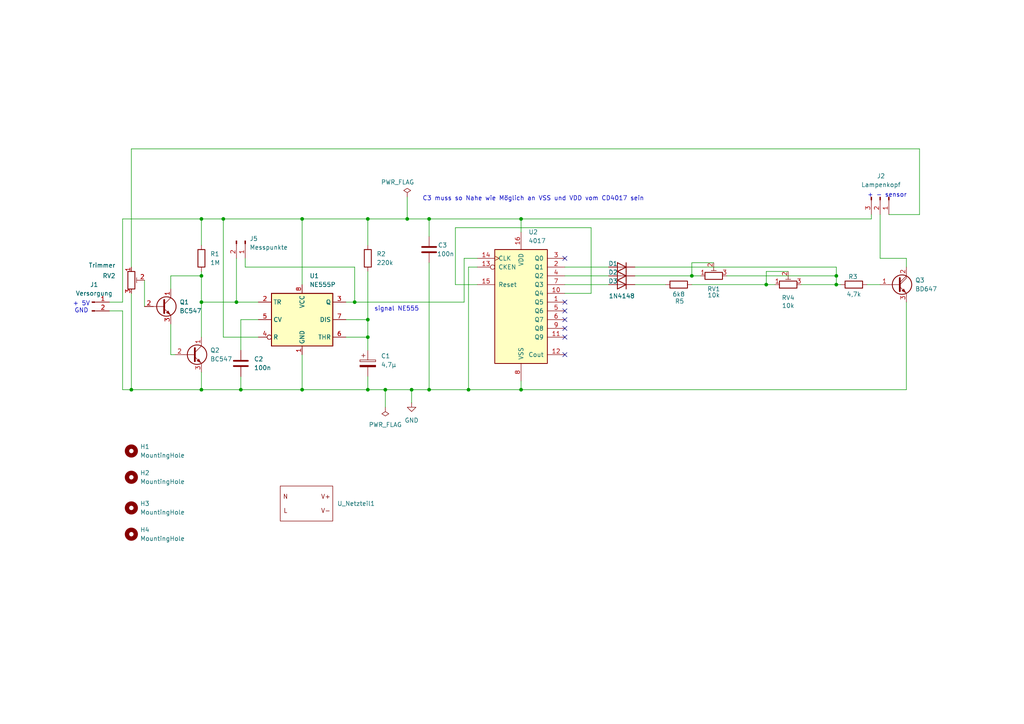
<source format=kicad_sch>
(kicad_sch (version 20250114) (generator "eeschema") (generator_version "9.0")
  (paper "A4")
  (title_block (title "Schreibtischlampe") (date "2025-11-21") (rev "2.0") (company "HTL-Steyr") (comment 1 "Konstantin Schwödiauer") (comment 2 "Fabian Lenhart") (comment 3 "Thomas Zeiler"))
  (lib_symbols
    (symbol "4xxx:4017" (pin_names (offset 1.016))
      (property "Reference" "U" (at -7.62 16.51 0))
      (property "Value" "4017" (at -7.62 -19.05 0))
      (symbol "4017_1_0"
        (pin input clock (at -12.7 12.7 0) (length 5.08) (name "CLK") (number "14"))
        (pin input inverted (at -12.7 10.16 0) (length 5.08) (name "CKEN") (number "13"))
        (pin input line (at -12.7 5.08 0) (length 5.08) (name "Reset") (number "15"))
        (pin power_in line (at 0 20.32 270) (length 5.08) (name "VDD") (number "16"))
        (pin power_in line (at 0 -22.86 90) (length 5.08) (name "VSS") (number "8"))
        (pin output line (at 12.7 12.7 180) (length 5.08) (name "Q0") (number "3"))
        (pin output line (at 12.7 10.16 180) (length 5.08) (name "Q1") (number "2"))
        (pin output line (at 12.7 7.62 180) (length 5.08) (name "Q2") (number "4"))
        (pin output line (at 12.7 5.08 180) (length 5.08) (name "Q3") (number "7"))
        (pin output line (at 12.7 2.54 180) (length 5.08) (name "Q4") (number "10"))
        (pin output line (at 12.7 0 180) (length 5.08) (name "Q5") (number "1"))
        (pin output line (at 12.7 -2.54 180) (length 5.08) (name "Q6") (number "5"))
        (pin output line (at 12.7 -5.08 180) (length 5.08) (name "Q7") (number "6"))
        (pin output line (at 12.7 -7.62 180) (length 5.08) (name "Q8") (number "9"))
        (pin output line (at 12.7 -10.16 180) (length 5.08) (name "Q9") (number "11"))
        (pin output line (at 12.7 -15.24 180) (length 5.08) (name "Cout") (number "12"))
      )
      (symbol "4017_1_1"
        (rectangle (start -7.62 15.24) (end 7.62 -17.78) (stroke (width 0.254)) (fill (type background)))
      )
    )
    (symbol "Connector:Conn_01x02_Pin" (pin_names (offset 1.016) (hide yes))
      (property "Reference" "J" (at 0 2.54 0))
      (property "Value" "Conn_01x02_Pin" (at 0 -5.08 0))
      (symbol "Conn_01x02_Pin_1_1"
        (rectangle (start 0.8636 0.127) (end 0 -0.127) (stroke (width 0.1524)) (fill (type outline)))
        (rectangle (start 0.8636 -2.413) (end 0 -2.667) (stroke (width 0.1524)) (fill (type outline)))
        (polyline (pts (xy 1.27 0) (xy 0.8636 0)) (stroke (width 0.1524)))
        (polyline (pts (xy 1.27 -2.54) (xy 0.8636 -2.54)) (stroke (width 0.1524)))
        (pin passive line (at 5.08 0 180) (length 3.81) (name "Pin_1") (number "1"))
        (pin passive line (at 5.08 -2.54 180) (length 3.81) (name "Pin_2") (number "2"))
      )
    )
    (symbol "Connector:Conn_01x03_Pin" (pin_names (offset 1.016) (hide yes))
      (property "Reference" "J" (at 0 5.08 0))
      (property "Value" "Conn_01x03_Pin" (at 0 -5.08 0))
      (symbol "Conn_01x03_Pin_1_1"
        (rectangle (start 0.8636 2.667) (end 0 2.413) (stroke (width 0.1524)) (fill (type outline)))
        (rectangle (start 0.8636 0.127) (end 0 -0.127) (stroke (width 0.1524)) (fill (type outline)))
        (rectangle (start 0.8636 -2.413) (end 0 -2.667) (stroke (width 0.1524)) (fill (type outline)))
        (polyline (pts (xy 1.27 2.54) (xy 0.8636 2.54)) (stroke (width 0.1524)))
        (polyline (pts (xy 1.27 0) (xy 0.8636 0)) (stroke (width 0.1524)))
        (polyline (pts (xy 1.27 -2.54) (xy 0.8636 -2.54)) (stroke (width 0.1524)))
        (pin passive line (at 5.08 2.54 180) (length 3.81) (name "Pin_1") (number "1"))
        (pin passive line (at 5.08 0 180) (length 3.81) (name "Pin_2") (number "2"))
        (pin passive line (at 5.08 -2.54 180) (length 3.81) (name "Pin_3") (number "3"))
      )
    )
    (symbol "Device:C" (pin_numbers (hide yes)) (pin_names (offset 0.254))
      (property "Reference" "C" (at 0.635 2.54 0))
      (property "Value" "C" (at 0.635 -2.54 0))
      (symbol "C_0_1"
        (polyline (pts (xy -2.032 0.762) (xy 2.032 0.762)) (stroke (width 0.508)))
        (polyline (pts (xy -2.032 -0.762) (xy 2.032 -0.762)) (stroke (width 0.508)))
      )
      (symbol "C_1_1"
        (pin passive line (at 0 3.81 270) (length 2.794) (name "~") (number "1"))
        (pin passive line (at 0 -3.81 90) (length 2.794) (name "~") (number "2"))
      )
    )
    (symbol "Device:C_Polarized" (pin_numbers (hide yes)) (pin_names (offset 0.254))
      (property "Reference" "C" (at 0.635 2.54 0))
      (property "Value" "C_Polarized" (at 0.635 -2.54 0))
      (symbol "C_Polarized_0_1"
        (rectangle (start -2.286 0.508) (end 2.286 1.016))
        (polyline (pts (xy -1.778 2.286) (xy -0.762 2.286)))
        (polyline (pts (xy -1.27 2.794) (xy -1.27 1.778)))
        (rectangle (start 2.286 -0.508) (end -2.286 -1.016) (fill (type outline)))
      )
      (symbol "C_Polarized_1_1"
        (pin passive line (at 0 3.81 270) (length 2.794) (name "~") (number "1"))
        (pin passive line (at 0 -3.81 90) (length 2.794) (name "~") (number "2"))
      )
    )
    (symbol "Device:R" (pin_numbers (hide yes)) (pin_names (offset 0))
      (property "Reference" "R" (at 2.032 0 90))
      (property "Value" "R" (at 0 0 90))
      (symbol "R_0_1"
        (rectangle (start -1.016 -2.54) (end 1.016 2.54) (stroke (width 0.254)))
      )
      (symbol "R_1_1"
        (pin passive line (at 0 3.81 270) (length 1.27) (name "~") (number "1"))
        (pin passive line (at 0 -3.81 90) (length 1.27) (name "~") (number "2"))
      )
    )
    (symbol "Device:R_Potentiometer_Trim" (pin_names (offset 1.016) (hide yes))
      (property "Reference" "RV" (at -4.445 0 90))
      (property "Value" "R_Potentiometer_Trim" (at -2.54 0 90))
      (symbol "R_Potentiometer_Trim_0_1"
        (rectangle (start 1.016 2.54) (end -1.016 -2.54) (stroke (width 0.254)))
        (polyline (pts (xy 1.524 0.762) (xy 1.524 -0.762)))
        (polyline (pts (xy 2.54 0) (xy 1.524 0)))
      )
      (symbol "R_Potentiometer_Trim_1_1"
        (pin passive line (at 0 3.81 270) (length 1.27) (name "1") (number "1"))
        (pin passive line (at 0 -3.81 90) (length 1.27) (name "3") (number "3"))
        (pin passive line (at 3.81 0 180) (length 1.27) (name "2") (number "2"))
      )
    )
    (symbol "Diode:1N4148" (pin_numbers (hide yes)) (pin_names (hide yes))
      (property "Reference" "D" (at 0 2.54 0))
      (property "Value" "1N4148" (at 0 -2.54 0))
      (symbol "1N4148_0_1"
        (polyline (pts (xy -1.27 1.27) (xy -1.27 -1.27)) (stroke (width 0.254)))
        (polyline (pts (xy 1.27 1.27) (xy 1.27 -1.27) (xy -1.27 0) (xy 1.27 1.27)) (stroke (width 0.254)))
        (polyline (pts (xy 1.27 0) (xy -1.27 0)))
      )
      (symbol "1N4148_1_1"
        (pin passive line (at -3.81 0 0) (length 2.54) (name "K") (number "1"))
        (pin passive line (at 3.81 0 180) (length 2.54) (name "A") (number "2"))
      )
    )
    (symbol "Mechanical:MountingHole" (pin_names (offset 1.016)) (in_bom no)
      (property "Reference" "H" (at 0 5.08 0))
      (property "Value" "MountingHole" (at 0 3.175 0))
      (symbol "MountingHole_0_1"
        (circle (center 0 0) (radius 1.27) (stroke (width 1.27)))
      )
    )
    (symbol "Recom_Netzteil_Symbol:Recom_Netzteil"
      (property "Reference" "U" (at 0 0 0))
      (symbol "Recom_Netzteil_0_1"
        (rectangle (start -7.62 5.08) (end 7.62 -5.08))
      )
      (symbol "Recom_Netzteil_1_1"
        (text "N\n\nL\n" (at -6.096 0 0) (effects (font (size 1.27 1.27))))
        (text "V+\n\nV-\n" (at 5.588 0 0) (effects (font (size 1.27 1.27))))
      )
    )
    (symbol "Timer:NE555P"
      (property "Reference" "U" (at -10.16 8.89 0))
      (property "Value" "NE555P" (at 2.54 8.89 0))
      (symbol "NE555P_0_0"
        (pin power_in line (at 0 10.16 270) (length 2.54) (name "VCC") (number "8"))
        (pin power_in line (at 0 -10.16 90) (length 2.54) (name "GND") (number "1"))
      )
      (symbol "NE555P_0_1"
        (rectangle (start -8.89 -7.62) (end 8.89 7.62) (stroke (width 0.254)) (fill (type background)))
        (rectangle (start -8.89 -7.62) (end 8.89 7.62) (stroke (width 0.254)) (fill (type background)))
      )
      (symbol "NE555P_1_1"
        (pin input line (at -12.7 5.08 0) (length 3.81) (name "TR") (number "2"))
        (pin input line (at -12.7 0 0) (length 3.81) (name "CV") (number "5"))
        (pin input inverted (at -12.7 -5.08 0) (length 3.81) (name "R") (number "4"))
        (pin output line (at 12.7 5.08 180) (length 3.81) (name "Q") (number "3"))
        (pin input line (at 12.7 0 180) (length 3.81) (name "DIS") (number "7"))
        (pin input line (at 12.7 -5.08 180) (length 3.81) (name "THR") (number "6"))
      )
    )
    (symbol "Transistor_BJT:BC547" (pin_names (offset 0) (hide yes))
      (property "Reference" "Q" (at 5.08 1.905 0))
      (property "Value" "BC547" (at 5.08 0 0))
      (symbol "BC547_0_1"
        (polyline (pts (xy -2.54 0) (xy 0.635 0)))
        (polyline (pts (xy 0.635 1.905) (xy 0.635 -1.905)) (stroke (width 0.508)))
        (circle (center 1.27 0) (radius 2.8194) (stroke (width 0.254)))
      )
      (symbol "BC547_1_1"
        (polyline (pts (xy 0.635 0.635) (xy 2.54 2.54)))
        (polyline (pts (xy 0.635 -0.635) (xy 2.54 -2.54)))
        (polyline (pts (xy 1.27 -1.778) (xy 1.778 -1.27) (xy 2.286 -2.286) (xy 1.27 -1.778)) (fill (type outline)))
        (pin input line (at -5.08 0 0) (length 2.54) (name "B") (number "2"))
        (pin passive line (at 2.54 5.08 270) (length 2.54) (name "C") (number "1"))
        (pin passive line (at 2.54 -5.08 90) (length 2.54) (name "E") (number "3"))
      )
    )
    (symbol "Transistor_BJT:Q_NPN_Darlington_BCE" (pin_names (offset 0) (hide yes))
      (property "Reference" "Q" (at 4.572 1.27 0))
      (property "Value" "Q_NPN_Darlington_BCE" (at 4.572 -1.27 0))
      (symbol "Q_NPN_Darlington_BCE_0_1"
        (polyline (pts (xy -2.54 0) (xy 0.635 0)))
        (polyline (pts (xy 0.635 1.905) (xy 0.635 -1.905)) (stroke (width 0.508)))
        (polyline (pts (xy 0.635 0) (xy 2.54 1.905) (xy 2.54 2.54)))
        (circle (center 1.27 0) (radius 2.8194) (stroke (width 0.254)))
      )
      (symbol "Q_NPN_Darlington_BCE_1_1"
        (polyline (pts (xy 0.635 0.635) (xy 2.54 2.54)))
        (polyline (pts (xy 0.635 -0.635) (xy 2.54 -2.54)))
        (polyline (pts (xy 1.27 -1.778) (xy 1.778 -1.27) (xy 2.286 -2.286) (xy 1.27 -1.778)) (fill (type outline)))
        (pin input line (at -5.08 0 0) (length 2.54) (name "B") (number "1"))
        (pin passive line (at 2.54 5.08 270) (length 2.54) (name "C") (number "2"))
        (pin passive line (at 2.54 -5.08 90) (length 2.54) (name "E") (number "3"))
      )
    )
    (symbol "power:GND" (power) (pin_numbers (hide yes)) (pin_names (offset 0) (hide yes))
      (property "Value" "GND" (at 0 -3.81 0))
      (symbol "GND_0_1"
        (polyline (pts (xy 0 0) (xy 0 -1.27) (xy 1.27 -1.27) (xy 0 -2.54) (xy -1.27 -1.27) (xy 0 -1.27)))
      )
      (symbol "GND_1_1"
        (pin power_in line (at 0 0 270) (length 0) (name "~") (number "1"))
      )
    )
    (symbol "power:PWR_FLAG" (power) (pin_numbers (hide yes)) (pin_names (offset 0) (hide yes))
      (property "Value" "PWR_FLAG" (at 0 3.81 0))
      (symbol "PWR_FLAG_0_0"
        (pin power_out line (at 0 0 90) (length 0) (name "~") (number "1"))
      )
      (symbol "PWR_FLAG_0_1"
        (polyline (pts (xy 0 0) (xy 0 1.27) (xy -1.016 1.905) (xy 0 2.54) (xy 1.016 1.905) (xy 0 1.27)))
      )
    )
  )
  (text "signal NE555" (at 115.062 89.662 0) (effects (font (size 1.27 1.27))))
  (text "+ 5V\nGND" (at 23.622 89.154 0) (effects (font (size 1.27 1.27))))
  (text "+ - sensor" (at 257.302 56.642 0) (effects (font (size 1.27 1.27))))
  (text "C3 muss so Nahe wie Möglich an VSS und VDD vom CD4017 sein" (at 154.686 57.658 0) (effects (font (size 1.27 1.27))))
  (junction (at 68.58 87.63))
  (junction (at 102.87 87.63))
  (junction (at 118.11 63.5))
  (junction (at 58.42 87.63))
  (junction (at 119.38 113.03))
  (junction (at 64.77 63.5))
  (junction (at 106.68 97.79))
  (junction (at 106.68 113.03))
  (junction (at 87.63 63.5))
  (junction (at 106.68 92.71))
  (junction (at 106.68 63.5))
  (junction (at 111.76 113.03))
  (junction (at 222.25 82.55))
  (junction (at 242.57 82.55))
  (junction (at 151.13 63.5))
  (junction (at 135.89 113.03))
  (junction (at 58.42 113.03))
  (junction (at 58.42 63.5))
  (junction (at 124.46 113.03))
  (junction (at 38.1 113.03))
  (junction (at 200.66 80.01))
  (junction (at 124.46 63.5))
  (junction (at 151.13 113.03))
  (junction (at 69.85 113.03))
  (junction (at 242.57 80.01))
  (junction (at 87.63 113.03))
  (junction (at 58.42 80.01))
  (no_connect (at 163.83 87.63))
  (no_connect (at 163.83 102.87))
  (no_connect (at 163.83 90.17))
  (no_connect (at 163.83 74.93))
  (no_connect (at 163.83 95.25))
  (no_connect (at 163.83 97.79))
  (no_connect (at 163.83 92.71))
  (wire (pts (xy 49.53 102.87) (xy 50.8 102.87)))
  (wire (pts (xy 38.1 113.03) (xy 58.42 113.03)))
  (wire (pts (xy 135.89 77.47) (xy 135.89 113.03)))
  (wire (pts (xy 151.13 110.49) (xy 151.13 113.03)))
  (wire (pts (xy 242.57 80.01) (xy 242.57 82.55)))
  (wire (pts (xy 102.87 87.63) (xy 134.62 87.63)))
  (wire (pts (xy 35.56 113.03) (xy 35.56 90.17)))
  (wire (pts (xy 71.12 77.47) (xy 102.87 77.47)))
  (wire (pts (xy 49.53 93.98) (xy 49.53 102.87)))
  (wire (pts (xy 132.08 82.55) (xy 132.08 66.04)))
  (wire (pts (xy 38.1 85.09) (xy 38.1 113.03)))
  (wire (pts (xy 106.68 63.5) (xy 87.63 63.5)))
  (wire (pts (xy 106.68 63.5) (xy 118.11 63.5)))
  (wire (pts (xy 68.58 74.93) (xy 68.58 87.63)))
  (wire (pts (xy 49.53 83.82) (xy 49.53 80.01)))
  (wire (pts (xy 184.15 80.01) (xy 200.66 80.01)))
  (wire (pts (xy 228.6 78.74) (xy 222.25 78.74)))
  (wire (pts (xy 242.57 77.47) (xy 242.57 80.01)))
  (wire (pts (xy 58.42 78.74) (xy 58.42 80.01)))
  (wire (pts (xy 118.11 57.15) (xy 118.11 63.5)))
  (wire (pts (xy 255.27 62.23) (xy 255.27 74.93)))
  (wire (pts (xy 232.41 82.55) (xy 242.57 82.55)))
  (wire (pts (xy 38.1 43.18) (xy 266.7 43.18)))
  (wire (pts (xy 242.57 82.55) (xy 243.84 82.55)))
  (wire (pts (xy 251.46 82.55) (xy 255.27 82.55)))
  (wire (pts (xy 124.46 113.03) (xy 135.89 113.03)))
  (wire (pts (xy 132.08 66.04) (xy 171.45 66.04)))
  (wire (pts (xy 119.38 113.03) (xy 119.38 116.84)))
  (wire (pts (xy 255.27 74.93) (xy 262.89 74.93)))
  (wire (pts (xy 124.46 63.5) (xy 124.46 68.58)))
  (wire (pts (xy 38.1 77.47) (xy 38.1 43.18)))
  (wire (pts (xy 257.81 62.23) (xy 266.7 62.23)))
  (wire (pts (xy 64.77 63.5) (xy 87.63 63.5)))
  (wire (pts (xy 222.25 78.74) (xy 222.25 82.55)))
  (wire (pts (xy 87.63 63.5) (xy 87.63 82.55)))
  (wire (pts (xy 171.45 85.09) (xy 163.83 85.09)))
  (wire (pts (xy 138.43 82.55) (xy 132.08 82.55)))
  (wire (pts (xy 151.13 63.5) (xy 252.73 63.5)))
  (wire (pts (xy 163.83 82.55) (xy 176.53 82.55)))
  (wire (pts (xy 35.56 63.5) (xy 35.56 87.63)))
  (wire (pts (xy 163.83 77.47) (xy 176.53 77.47)))
  (wire (pts (xy 184.15 77.47) (xy 242.57 77.47)))
  (wire (pts (xy 163.83 80.01) (xy 176.53 80.01)))
  (wire (pts (xy 119.38 113.03) (xy 124.46 113.03)))
  (wire (pts (xy 58.42 87.63) (xy 68.58 87.63)))
  (wire (pts (xy 35.56 87.63) (xy 31.75 87.63)))
  (wire (pts (xy 151.13 113.03) (xy 262.89 113.03)))
  (wire (pts (xy 200.66 82.55) (xy 222.25 82.55)))
  (wire (pts (xy 134.62 87.63) (xy 134.62 74.93)))
  (wire (pts (xy 58.42 87.63) (xy 58.42 97.79)))
  (wire (pts (xy 124.46 76.2) (xy 124.46 113.03)))
  (wire (pts (xy 58.42 63.5) (xy 64.77 63.5)))
  (wire (pts (xy 35.56 90.17) (xy 31.75 90.17)))
  (wire (pts (xy 49.53 80.01) (xy 58.42 80.01)))
  (wire (pts (xy 222.25 82.55) (xy 224.79 82.55)))
  (wire (pts (xy 106.68 97.79) (xy 106.68 92.71)))
  (wire (pts (xy 119.38 113.03) (xy 111.76 113.03)))
  (wire (pts (xy 111.76 113.03) (xy 111.76 118.11)))
  (wire (pts (xy 100.33 97.79) (xy 106.68 97.79)))
  (wire (pts (xy 171.45 66.04) (xy 171.45 85.09)))
  (wire (pts (xy 200.66 80.01) (xy 203.2 80.01)))
  (wire (pts (xy 118.11 63.5) (xy 124.46 63.5)))
  (wire (pts (xy 71.12 74.93) (xy 71.12 77.47)))
  (wire (pts (xy 35.56 113.03) (xy 38.1 113.03)))
  (wire (pts (xy 124.46 63.5) (xy 151.13 63.5)))
  (wire (pts (xy 69.85 109.22) (xy 69.85 113.03)))
  (wire (pts (xy 69.85 101.6) (xy 69.85 92.71)))
  (wire (pts (xy 106.68 113.03) (xy 87.63 113.03)))
  (wire (pts (xy 58.42 63.5) (xy 58.42 71.12)))
  (wire (pts (xy 35.56 63.5) (xy 58.42 63.5)))
  (wire (pts (xy 102.87 77.47) (xy 102.87 87.63)))
  (wire (pts (xy 41.91 81.28) (xy 41.91 88.9)))
  (wire (pts (xy 106.68 97.79) (xy 106.68 101.6)))
  (wire (pts (xy 138.43 74.93) (xy 134.62 74.93)))
  (wire (pts (xy 266.7 62.23) (xy 266.7 43.18)))
  (wire (pts (xy 100.33 92.71) (xy 106.68 92.71)))
  (wire (pts (xy 184.15 82.55) (xy 193.04 82.55)))
  (wire (pts (xy 262.89 87.63) (xy 262.89 113.03)))
  (wire (pts (xy 69.85 113.03) (xy 58.42 113.03)))
  (wire (pts (xy 58.42 80.01) (xy 58.42 87.63)))
  (wire (pts (xy 68.58 87.63) (xy 74.93 87.63)))
  (wire (pts (xy 207.01 76.2) (xy 200.66 76.2)))
  (wire (pts (xy 74.93 97.79) (xy 64.77 97.79)))
  (wire (pts (xy 111.76 113.03) (xy 106.68 113.03)))
  (wire (pts (xy 200.66 76.2) (xy 200.66 80.01)))
  (wire (pts (xy 64.77 97.79) (xy 64.77 63.5)))
  (wire (pts (xy 100.33 87.63) (xy 102.87 87.63)))
  (wire (pts (xy 87.63 102.87) (xy 87.63 113.03)))
  (wire (pts (xy 210.82 80.01) (xy 242.57 80.01)))
  (wire (pts (xy 151.13 63.5) (xy 151.13 67.31)))
  (wire (pts (xy 135.89 77.47) (xy 138.43 77.47)))
  (wire (pts (xy 252.73 63.5) (xy 252.73 62.23)))
  (wire (pts (xy 262.89 74.93) (xy 262.89 77.47)))
  (wire (pts (xy 106.68 71.12) (xy 106.68 63.5)))
  (wire (pts (xy 69.85 92.71) (xy 74.93 92.71)))
  (wire (pts (xy 135.89 113.03) (xy 151.13 113.03)))
  (wire (pts (xy 106.68 109.22) (xy 106.68 113.03)))
  (wire (pts (xy 58.42 107.95) (xy 58.42 113.03)))
  (wire (pts (xy 87.63 113.03) (xy 69.85 113.03)))
  (wire (pts (xy 106.68 92.71) (xy 106.68 78.74)))
  (symbol (lib_id "Device:R_Potentiometer_Trim") (at 228.6 82.55 90) (unit 1)
    (property "Reference" "RV4" (at 228.6 86.36 90))
    (property "Value" "10k" (at 228.6 88.646 90))
    (property "Footprint" "Potentiometer_THT:Potentiometer_Bourns_3386P_Vertical" (effects (hide yes)))
    (property "Description" "Trim-potentiometer" (effects (hide yes)))
    (property "RS/URL" "https://at.rs-online.com/web/p/trimmerpotentiometer/5222693" (effects (hide yes)))
  )
  (symbol (lib_id "power:PWR_FLAG") (at 118.11 57.15 0) (unit 1)
    (property "Reference" "#FLG01" (effects (hide yes)))
    (property "Value" "PWR_FLAG" (at 115.316 52.832 0))
    (property "Description" "Special symbol for telling ERC where power comes from" (effects (hide yes)))
  )
  (symbol (lib_id "Transistor_BJT:BC547") (at 46.99 88.9 0) (unit 1)
    (property "Reference" "Q1" (at 52.07 87.6299 0) (effects (justify left)))
    (property "Value" "BC547" (at 52.07 90.1699 0) (effects (justify left)))
    (property "Footprint" "Package_TO_SOT_THT:TO-92L_HandSolder" (effects (hide yes)))
    (property "Datasheet" "https://www.onsemi.com/pub/Collateral/BC550-D.pdf" (effects (hide yes)))
    (property "Description" "0.1A Ic, 45V Vce, Small Signal NPN Transistor, TO-92" (effects (hide yes)))
  )
  (symbol (lib_id "Diode:1N4148") (at 180.34 77.47 0) (mirror y) (unit 1)
    (property "Reference" "D1" (at 177.8 76.454 0))
    (property "Value" "1N4148" (effects (hide yes)))
    (property "Footprint" "Diode_THT:D_DO-35_SOD27_P7.62mm_Horizontal" (effects (hide yes)))
    (property "Datasheet" "https://assets.nexperia.com/documents/data-sheet/1N4148_1N4448.pdf" (effects (hide yes)))
    (property "Description" "100V 0.15A standard switching diode, DO-35" (effects (hide yes)))
    (property "Sim.Device" "D" (effects (hide yes)))
    (property "Sim.Pins" "1=K 2=A" (effects (hide yes)))
  )
  (symbol (lib_id "Mechanical:MountingHole") (at 38.1 138.43 0) (unit 1) (in_bom no)
    (property "Reference" "H2" (at 40.64 137.1599 0) (effects (justify left)))
    (property "Value" "MountingHole" (at 40.64 139.6999 0) (effects (justify left)))
    (property "Footprint" "MountingHole:MountingHole_3.2mm_M3" (effects (hide yes)))
    (property "Description" "Mounting Hole without connection" (effects (hide yes)))
  )
  (symbol (lib_id "Device:R") (at 247.65 82.55 270) (unit 1)
    (property "Reference" "R3" (at 247.396 80.264 90))
    (property "Value" "4,7k" (at 247.65 85.344 90))
    (property "Footprint" "Resistor_THT:R_Axial_DIN0207_L6.3mm_D2.5mm_P10.16mm_Horizontal" (effects (hide yes)))
    (property "Description" "Resistor" (effects (hide yes)))
  )
  (symbol (lib_id "Device:R") (at 106.68 74.93 0) (unit 1)
    (property "Reference" "R2" (at 109.22 73.6599 0) (effects (justify left)))
    (property "Value" "220k" (at 109.22 76.1999 0) (effects (justify left)))
    (property "Footprint" "Resistor_THT:R_Axial_DIN0207_L6.3mm_D2.5mm_P10.16mm_Horizontal" (effects (hide yes)))
    (property "Description" "Resistor" (effects (hide yes)))
  )
  (symbol (lib_id "Connector:Conn_01x02_Pin") (at 26.67 87.63 0) (unit 1)
    (property "Reference" "J1" (at 27.305 82.55 0))
    (property "Value" "Versorgung" (at 27.305 85.09 0))
    (property "Footprint" "TerminalBlock_Phoenix:TerminalBlock_Phoenix_MKDS-1,5-2-5.08_1x02_P5.08mm_Horizontal" (effects (hide yes)))
    (property "Description" "Generic connector, single row, 01x02, script generated" (effects (hide yes)))
  )
  (symbol (lib_id "Device:R") (at 58.42 74.93 0) (unit 1)
    (property "Reference" "R1" (at 60.96 73.6599 0) (effects (justify left)))
    (property "Value" "1M" (at 60.96 76.1999 0) (effects (justify left)))
    (property "Footprint" "Resistor_THT:R_Axial_DIN0207_L6.3mm_D2.5mm_P10.16mm_Horizontal" (effects (hide yes)))
    (property "Description" "Resistor" (effects (hide yes)))
  )
  (symbol (lib_id "power:PWR_FLAG") (at 111.76 118.11 180) (unit 1)
    (property "Reference" "#FLG02" (effects (hide yes)))
    (property "Value" "PWR_FLAG" (at 111.76 123.19 0))
    (property "Description" "Special symbol for telling ERC where power comes from" (effects (hide yes)))
  )
  (symbol (lib_id "Connector:Conn_01x03_Pin") (at 255.27 57.15 270) (unit 1)
    (property "Reference" "J2" (at 255.524 51.054 90))
    (property "Value" "Lampenkopf" (at 255.524 53.594 90))
    (property "Footprint" "TerminalBlock_Phoenix:TerminalBlock_Phoenix_MKDS-1,5-3-5.08_1x03_P5.08mm_Horizontal" (effects (hide yes)))
    (property "Description" "Generic connector, single row, 01x03, script generated" (effects (hide yes)))
  )
  (symbol (lib_id "Mechanical:MountingHole") (at 38.1 154.94 0) (unit 1) (in_bom no)
    (property "Reference" "H4" (at 40.64 153.6699 0) (effects (justify left)))
    (property "Value" "MountingHole" (at 40.64 156.2099 0) (effects (justify left)))
    (property "Footprint" "MountingHole:MountingHole_3.2mm_M3" (effects (hide yes)))
    (property "Description" "Mounting Hole without connection" (effects (hide yes)))
  )
  (symbol (lib_id "Mechanical:MountingHole") (at 38.1 147.32 0) (unit 1) (in_bom no)
    (property "Reference" "H3" (at 40.64 146.0499 0) (effects (justify left)))
    (property "Value" "MountingHole" (at 40.64 148.5899 0) (effects (justify left)))
    (property "Footprint" "MountingHole:MountingHole_3.2mm_M3" (effects (hide yes)))
    (property "Description" "Mounting Hole without connection" (effects (hide yes)))
  )
  (symbol (lib_id "Device:R_Potentiometer_Trim") (at 38.1 81.28 0) (unit 1)
    (property "Reference" "RV2" (at 33.528 80.01 0) (effects (justify right)))
    (property "Value" "Trimmer" (at 33.528 76.962 0) (effects (justify right)))
    (property "Footprint" "Potentiometer_THT:Potentiometer_ACP_CA9-V10_Vertical" (effects (hide yes)))
    (property "Description" "Trim-potentiometer" (effects (hide yes)))
  )
  (symbol (lib_id "Mechanical:MountingHole") (at 38.1 130.81 0) (unit 1) (in_bom no)
    (property "Reference" "H1" (at 40.64 129.5399 0) (effects (justify left)))
    (property "Value" "MountingHole" (at 40.64 132.0799 0) (effects (justify left)))
    (property "Footprint" "MountingHole:MountingHole_3.2mm_M3" (effects (hide yes)))
    (property "Description" "Mounting Hole without connection" (effects (hide yes)))
  )
  (symbol (lib_id "Device:C") (at 69.85 105.41 0) (unit 1)
    (property "Reference" "C2" (at 73.66 104.1399 0) (effects (justify left)))
    (property "Value" "100n" (at 73.66 106.6799 0) (effects (justify left)))
    (property "Footprint" "Capacitor_THT:CP_Radial_Tantal_D4.5mm_P2.50mm" (effects (hide yes)))
    (property "Description" "Unpolarized capacitor" (effects (hide yes)))
  )
  (symbol (lib_id "Device:R_Potentiometer_Trim") (at 207.01 80.01 90) (unit 1)
    (property "Reference" "RV1" (at 207.01 83.82 90))
    (property "Value" "10k" (at 207.01 85.598 90))
    (property "Footprint" "Potentiometer_THT:Potentiometer_Bourns_3386P_Vertical" (effects (hide yes)))
    (property "Description" "Trim-potentiometer" (effects (hide yes)))
    (property "RS/URL" "https://at.rs-online.com/web/p/trimmerpotentiometer/5222693" (effects (hide yes)))
  )
  (symbol (lib_id "Connector:Conn_01x02_Pin") (at 71.12 69.85 270) (unit 1)
    (property "Reference" "J5" (at 72.39 69.2149 90) (effects (justify left)))
    (property "Value" "Messpunkte" (at 72.39 71.7549 90) (effects (justify left)))
    (property "Footprint" "Connector_PinHeader_2.54mm:PinHeader_1x02_P2.54mm_Vertical" (effects (hide yes)))
    (property "Description" "Generic connector, single row, 01x02, script generated" (effects (hide yes)))
  )
  (symbol (lib_id "Transistor_BJT:BC547") (at 55.88 102.87 0) (unit 1)
    (property "Reference" "Q2" (at 60.96 101.5999 0) (effects (justify left)))
    (property "Value" "BC547" (at 60.96 104.1399 0) (effects (justify left)))
    (property "Footprint" "Package_TO_SOT_THT:TO-92L_HandSolder" (effects (hide yes)))
    (property "Datasheet" "https://www.onsemi.com/pub/Collateral/BC550-D.pdf" (effects (hide yes)))
    (property "Description" "0.1A Ic, 45V Vce, Small Signal NPN Transistor, TO-92" (effects (hide yes)))
  )
  (symbol (lib_id "Recom_Netzteil_Symbol:Recom_Netzteil") (at 88.9 146.05 0) (unit 1)
    (property "Reference" "U_Netzteil1" (at 97.79 146.0499 0) (effects (justify left)))
    (property "Value" "Recom Netzteil" (effects (hide yes)))
    (property "Footprint" "Libary:Recom_Netzteil_Footprint" (effects (hide yes)))
  )
  (symbol (lib_id "Device:C") (at 124.46 72.39 0) (unit 1)
    (property "Reference" "C3" (at 127 71.12 0) (effects (justify left)))
    (property "Value" "100n" (at 126.746 73.66 0) (effects (justify left)))
    (property "Footprint" "Capacitor_THT:CP_Radial_Tantal_D4.5mm_P2.50mm" (effects (hide yes)))
    (property "Description" "Unpolarized capacitor" (effects (hide yes)))
  )
  (symbol (lib_id "Device:C_Polarized") (at 106.68 105.41 0) (unit 1)
    (property "Reference" "C1" (at 110.49 103.2509 0) (effects (justify left)))
    (property "Value" "4,7µ" (at 110.49 105.7909 0) (effects (justify left)))
    (property "Footprint" "Capacitor_THT:C_Axial_L3.8mm_D2.6mm_P15.00mm_Horizontal" (effects (hide yes)))
    (property "Description" "Polarized capacitor" (effects (hide yes)))
  )
  (symbol (lib_id "Timer:NE555P") (at 87.63 92.71 0) (unit 1)
    (property "Reference" "U1" (at 89.7733 80.01 0) (effects (justify left)))
    (property "Value" "NE555P" (at 89.7733 82.55 0) (effects (justify left)))
    (property "Footprint" "Package_DIP:DIP-8_W7.62mm" (effects (hide yes)))
    (property "Datasheet" "http://www.ti.com/lit/ds/symlink/ne555.pdf" (effects (hide yes)))
    (property "Description" "Precision Timers, 555 compatible,  PDIP-8" (effects (hide yes)))
  )
  (symbol (lib_id "power:GND") (at 119.38 116.84 0) (mirror y) (unit 1)
    (property "Reference" "#PWR01" (effects (hide yes)))
    (property "Value" "GND" (at 119.38 121.92 0))
    (property "Description" "Power symbol creates a global label with name \"GND\" , ground" (effects (hide yes)))
  )
  (symbol (lib_id "Device:R") (at 196.85 82.55 90) (unit 1)
    (property "Reference" "R5" (at 197.104 87.376 90))
    (property "Value" "6k8" (at 196.85 85.344 90))
    (property "Footprint" "Resistor_THT:R_Axial_DIN0207_L6.3mm_D2.5mm_P10.16mm_Horizontal" (effects (hide yes)))
    (property "Description" "Resistor" (effects (hide yes)))
  )
  (symbol (lib_id "Diode:1N4148") (at 180.34 82.55 0) (mirror y) (unit 1)
    (property "Reference" "D3" (at 177.8 81.534 0))
    (property "Value" "1N4148" (at 180.34 85.852 0))
    (property "Footprint" "Diode_THT:D_DO-35_SOD27_P7.62mm_Horizontal" (effects (hide yes)))
    (property "Datasheet" "https://assets.nexperia.com/documents/data-sheet/1N4148_1N4448.pdf" (effects (hide yes)))
    (property "Description" "100V 0.15A standard switching diode, DO-35" (effects (hide yes)))
    (property "Sim.Device" "D" (effects (hide yes)))
    (property "Sim.Pins" "1=K 2=A" (effects (hide yes)))
  )
  (symbol (lib_id "4xxx:4017") (at 151.13 87.63 0) (unit 1)
    (property "Reference" "U2" (at 153.2733 67.31 0) (effects (justify left)))
    (property "Value" "4017" (at 153.2733 69.85 0) (effects (justify left)))
    (property "Footprint" "Package_DIP:DIP-16_W7.62mm" (effects (hide yes)))
    (property "Datasheet" "http://www.intersil.com/content/dam/Intersil/documents/cd40/cd4017bms-22bms.pdf" (effects (hide yes)))
    (property "Description" "Johnson Counter ( 10 outputs )" (effects (hide yes)))
  )
  (symbol (lib_id "Transistor_BJT:Q_NPN_Darlington_BCE") (at 260.35 82.55 0) (unit 1)
    (property "Reference" "Q3" (at 265.43 81.2799 0) (effects (justify left)))
    (property "Value" "BD647" (at 265.43 83.8199 0) (effects (justify left)))
    (property "Footprint" "Package_TO_SOT_THT:TO-220-3_Vertical" (effects (hide yes)))
    (property "Description" "NPN Darlington transistor, base/collector/emitter" (effects (hide yes)))
  )
  (symbol (lib_id "Diode:1N4148") (at 180.34 80.01 0) (mirror y) (unit 1)
    (property "Reference" "D2" (at 177.8 78.994 0))
    (property "Value" "1N4148" (effects (hide yes)))
    (property "Footprint" "Diode_THT:D_DO-35_SOD27_P7.62mm_Horizontal" (effects (hide yes)))
    (property "Datasheet" "https://assets.nexperia.com/documents/data-sheet/1N4148_1N4448.pdf" (effects (hide yes)))
    (property "Description" "100V 0.15A standard switching diode, DO-35" (effects (hide yes)))
    (property "Sim.Device" "D" (effects (hide yes)))
    (property "Sim.Pins" "1=K 2=A" (effects (hide yes)))
  )
)
</source>
